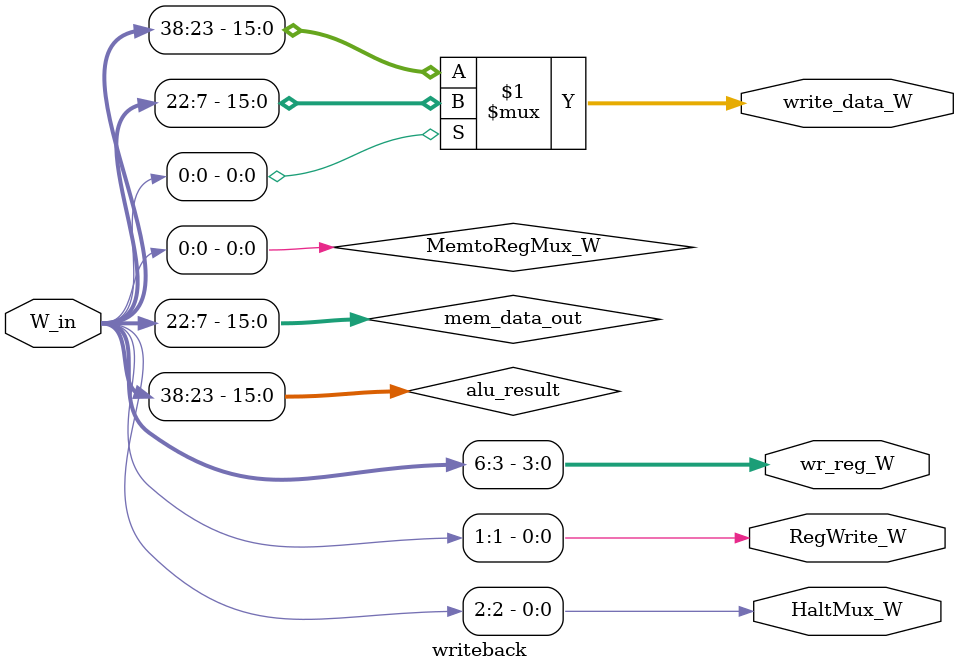
<source format=v>
module writeback(
    
    // Inputs from Memory/Writeback pipeline register
    input [38:0] W_in,
    
    // Outputs for CPU and Register File
    output HaltMux_W,   // out to cpu to halt 
    output RegWrite_W, // to register file in decode
    output [15:0] write_data_W,
    output [3:0] wr_reg_W
);
    // Extract individual signals from W_in
    wire [15:0] alu_result;
    wire [15:0] mem_data_out;
    wire MemtoRegMux_W;

    // Extract all signals from the pipeline register
    assign {
        alu_result,       // ALU result [16:0]
        mem_data_out,     // Memory data [16:0]
        wr_reg_W,         // Destination register [3:0], straight to output
        HaltMux_W,        // Halt signal, straight to output
        RegWrite_W,       // Register write enable, straight to output
        MemtoRegMux_W     // Memory to register select
    } = W_in;

    
    // Determine the data to write to register file
    assign write_data_W = MemtoRegMux_W ? mem_data_out : alu_result;

    
endmodule
</source>
